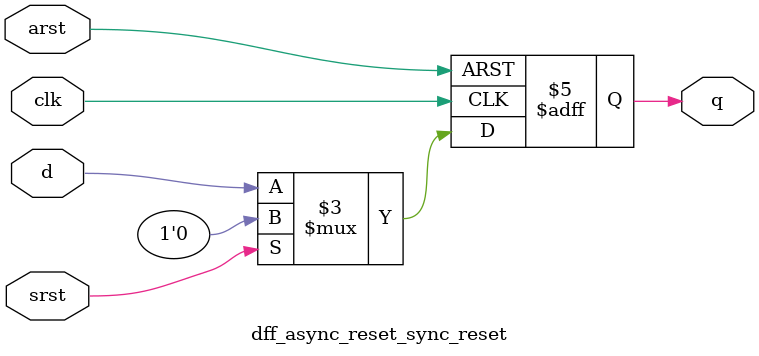
<source format=v>
module dff_async_reset_sync_reset (input wire clk, input wire arst, input wire srst, input wire d, output reg q);
      always @(posedge clk or posedge arst)
        begin
          if (arst)
            q <= 1'b0;
          else if (srst)
            q <= 1'b0;
          else
            q <= d;
        end
    endmodule

</source>
